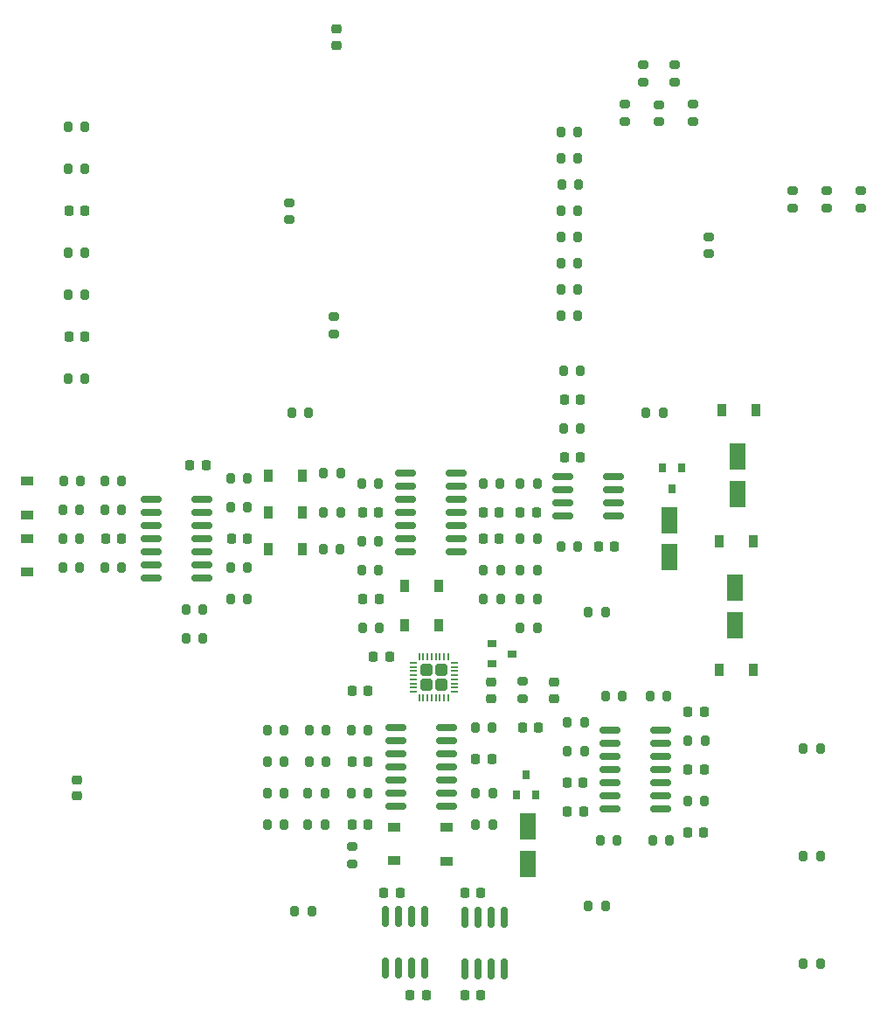
<source format=gbr>
%TF.GenerationSoftware,KiCad,Pcbnew,7.0.2*%
%TF.CreationDate,2023-05-23T13:36:19-04:00*%
%TF.ProjectId,SSI2130_Oscillator,53534932-3133-4305-9f4f-7363696c6c61,rev?*%
%TF.SameCoordinates,Original*%
%TF.FileFunction,Paste,Bot*%
%TF.FilePolarity,Positive*%
%FSLAX46Y46*%
G04 Gerber Fmt 4.6, Leading zero omitted, Abs format (unit mm)*
G04 Created by KiCad (PCBNEW 7.0.2) date 2023-05-23 13:36:19*
%MOMM*%
%LPD*%
G01*
G04 APERTURE LIST*
G04 Aperture macros list*
%AMRoundRect*
0 Rectangle with rounded corners*
0 $1 Rounding radius*
0 $2 $3 $4 $5 $6 $7 $8 $9 X,Y pos of 4 corners*
0 Add a 4 corners polygon primitive as box body*
4,1,4,$2,$3,$4,$5,$6,$7,$8,$9,$2,$3,0*
0 Add four circle primitives for the rounded corners*
1,1,$1+$1,$2,$3*
1,1,$1+$1,$4,$5*
1,1,$1+$1,$6,$7*
1,1,$1+$1,$8,$9*
0 Add four rect primitives between the rounded corners*
20,1,$1+$1,$2,$3,$4,$5,0*
20,1,$1+$1,$4,$5,$6,$7,0*
20,1,$1+$1,$6,$7,$8,$9,0*
20,1,$1+$1,$8,$9,$2,$3,0*%
G04 Aperture macros list end*
%ADD10RoundRect,0.225000X-0.225000X-0.250000X0.225000X-0.250000X0.225000X0.250000X-0.225000X0.250000X0*%
%ADD11RoundRect,0.250000X-0.550000X1.050000X-0.550000X-1.050000X0.550000X-1.050000X0.550000X1.050000X0*%
%ADD12RoundRect,0.225000X0.225000X0.250000X-0.225000X0.250000X-0.225000X-0.250000X0.225000X-0.250000X0*%
%ADD13RoundRect,0.225000X-0.250000X0.225000X-0.250000X-0.225000X0.250000X-0.225000X0.250000X0.225000X0*%
%ADD14R,0.900000X1.200000*%
%ADD15R,0.800000X0.900000*%
%ADD16R,0.900000X0.800000*%
%ADD17RoundRect,0.200000X-0.200000X-0.275000X0.200000X-0.275000X0.200000X0.275000X-0.200000X0.275000X0*%
%ADD18RoundRect,0.200000X0.200000X0.275000X-0.200000X0.275000X-0.200000X-0.275000X0.200000X-0.275000X0*%
%ADD19RoundRect,0.200000X-0.275000X0.200000X-0.275000X-0.200000X0.275000X-0.200000X0.275000X0.200000X0*%
%ADD20RoundRect,0.200000X0.275000X-0.200000X0.275000X0.200000X-0.275000X0.200000X-0.275000X-0.200000X0*%
%ADD21RoundRect,0.150000X-0.825000X-0.150000X0.825000X-0.150000X0.825000X0.150000X-0.825000X0.150000X0*%
%ADD22RoundRect,0.150000X-0.150000X0.825000X-0.150000X-0.825000X0.150000X-0.825000X0.150000X0.825000X0*%
%ADD23RoundRect,0.250000X-0.335000X-0.335000X0.335000X-0.335000X0.335000X0.335000X-0.335000X0.335000X0*%
%ADD24RoundRect,0.050000X-0.050000X-0.300000X0.050000X-0.300000X0.050000X0.300000X-0.050000X0.300000X0*%
%ADD25RoundRect,0.050000X-0.300000X-0.050000X0.300000X-0.050000X0.300000X0.050000X-0.300000X0.050000X0*%
%ADD26R,1.200000X0.900000*%
%ADD27RoundRect,0.225000X0.250000X-0.225000X0.250000X0.225000X-0.250000X0.225000X-0.250000X-0.225000X0*%
G04 APERTURE END LIST*
D10*
%TO.C,C35*%
X49048000Y-71628000D03*
X47498000Y-71628000D03*
%TD*%
D11*
%TO.C,C2*%
X100584000Y-70822000D03*
X100584000Y-74422000D03*
%TD*%
%TO.C,C3*%
X100330000Y-83544000D03*
X100330000Y-87144000D03*
%TD*%
%TO.C,C4*%
X93980000Y-80562000D03*
X93980000Y-76962000D03*
%TD*%
D12*
%TO.C,C5*%
X88646000Y-79502000D03*
X87096000Y-79502000D03*
%TD*%
D10*
%TO.C,C6*%
X85357000Y-70866000D03*
X83807000Y-70866000D03*
%TD*%
D12*
%TO.C,C7*%
X77470000Y-78740000D03*
X75920000Y-78740000D03*
%TD*%
D10*
%TO.C,C8*%
X75692000Y-122936000D03*
X74142000Y-122936000D03*
%TD*%
D12*
%TO.C,C9*%
X68834000Y-122936000D03*
X70384000Y-122936000D03*
%TD*%
%TO.C,C10*%
X81052000Y-76200000D03*
X79502000Y-76200000D03*
%TD*%
%TO.C,C11*%
X83794000Y-65278000D03*
X85344000Y-65278000D03*
%TD*%
D10*
%TO.C,C12*%
X74155000Y-113030000D03*
X75705000Y-113030000D03*
%TD*%
D12*
%TO.C,C13*%
X67844000Y-113030000D03*
X66294000Y-113030000D03*
%TD*%
%TO.C,C14*%
X84074000Y-105156000D03*
X85624000Y-105156000D03*
%TD*%
D11*
%TO.C,C15*%
X80264000Y-110236000D03*
X80264000Y-106636000D03*
%TD*%
D10*
%TO.C,C16*%
X64236000Y-76200000D03*
X65786000Y-76200000D03*
%TD*%
D12*
%TO.C,C17*%
X77470000Y-76200000D03*
X75920000Y-76200000D03*
%TD*%
D10*
%TO.C,C18*%
X39344000Y-78740000D03*
X40894000Y-78740000D03*
%TD*%
D12*
%TO.C,C19*%
X51536000Y-78740000D03*
X53086000Y-78740000D03*
%TD*%
%TO.C,C20*%
X65812000Y-84582000D03*
X64262000Y-84582000D03*
%TD*%
%TO.C,C21*%
X37338000Y-46990000D03*
X35788000Y-46990000D03*
%TD*%
D13*
%TO.C,C22*%
X82804000Y-94247000D03*
X82804000Y-92697000D03*
%TD*%
D10*
%TO.C,C23*%
X37338000Y-59182000D03*
X35788000Y-59182000D03*
%TD*%
%TO.C,C24*%
X64770000Y-100330000D03*
X63220000Y-100330000D03*
%TD*%
D12*
%TO.C,C25*%
X76734000Y-100076000D03*
X75184000Y-100076000D03*
%TD*%
%TO.C,C26*%
X66828000Y-90170000D03*
X65278000Y-90170000D03*
%TD*%
D10*
%TO.C,C27*%
X85598000Y-102362000D03*
X84048000Y-102362000D03*
%TD*%
D12*
%TO.C,C28*%
X95758000Y-101092000D03*
X97308000Y-101092000D03*
%TD*%
D13*
%TO.C,C31*%
X76708000Y-94234000D03*
X76708000Y-92684000D03*
%TD*%
D12*
%TO.C,C34*%
X64770000Y-93472000D03*
X63220000Y-93472000D03*
%TD*%
%TO.C,C36*%
X63220000Y-106426000D03*
X64770000Y-106426000D03*
%TD*%
D10*
%TO.C,C37*%
X79730000Y-97028000D03*
X81280000Y-97028000D03*
%TD*%
%TO.C,C38*%
X97308000Y-95504000D03*
X95758000Y-95504000D03*
%TD*%
%TO.C,C39*%
X95732000Y-107188000D03*
X97282000Y-107188000D03*
%TD*%
D14*
%TO.C,D1*%
X102360000Y-66294000D03*
X99060000Y-66294000D03*
%TD*%
%TO.C,D2*%
X98808000Y-78994000D03*
X102108000Y-78994000D03*
%TD*%
%TO.C,D3*%
X98806000Y-91440000D03*
X102106000Y-91440000D03*
%TD*%
D15*
%TO.C,Q1*%
X93284000Y-71914000D03*
X95184000Y-71914000D03*
X94234000Y-73914000D03*
%TD*%
D16*
%TO.C,Q2*%
X76740000Y-90866000D03*
X76740000Y-88966000D03*
X78740000Y-89916000D03*
%TD*%
D17*
%TO.C,R1*%
X59308000Y-114808000D03*
X57658000Y-114808000D03*
%TD*%
D18*
%TO.C,R2*%
X86106000Y-114300000D03*
X87756000Y-114300000D03*
%TD*%
D17*
%TO.C,R3*%
X57341000Y-66548000D03*
X58991000Y-66548000D03*
%TD*%
D18*
%TO.C,R4*%
X93344000Y-66548000D03*
X91694000Y-66548000D03*
%TD*%
%TO.C,R5*%
X77596000Y-84582000D03*
X75946000Y-84582000D03*
%TD*%
%TO.C,R6*%
X86106000Y-85852000D03*
X87756000Y-85852000D03*
%TD*%
%TO.C,R7*%
X64770000Y-103378000D03*
X63120000Y-103378000D03*
%TD*%
D17*
%TO.C,R8*%
X65786000Y-81788000D03*
X64136000Y-81788000D03*
%TD*%
%TO.C,R9*%
X77596000Y-81788000D03*
X75946000Y-81788000D03*
%TD*%
D19*
%TO.C,R10*%
X63246000Y-110236000D03*
X63246000Y-108586000D03*
%TD*%
D17*
%TO.C,R11*%
X64199000Y-87376000D03*
X65849000Y-87376000D03*
%TD*%
%TO.C,R12*%
X81152000Y-81788000D03*
X79502000Y-81788000D03*
%TD*%
D18*
%TO.C,R13*%
X77533000Y-73406000D03*
X75883000Y-73406000D03*
%TD*%
D17*
%TO.C,R14*%
X79502000Y-73406000D03*
X81152000Y-73406000D03*
%TD*%
D18*
%TO.C,R15*%
X65786000Y-78994000D03*
X64136000Y-78994000D03*
%TD*%
%TO.C,R16*%
X85090000Y-79502000D03*
X83440000Y-79502000D03*
%TD*%
D17*
%TO.C,R17*%
X76834000Y-103378000D03*
X75184000Y-103378000D03*
%TD*%
%TO.C,R18*%
X64136000Y-73406000D03*
X65786000Y-73406000D03*
%TD*%
D18*
%TO.C,R19*%
X79502000Y-78740000D03*
X81152000Y-78740000D03*
%TD*%
D17*
%TO.C,R20*%
X83694000Y-68072000D03*
X85344000Y-68072000D03*
%TD*%
D18*
%TO.C,R21*%
X76834000Y-106426000D03*
X75184000Y-106426000D03*
%TD*%
D17*
%TO.C,R22*%
X40894000Y-75946000D03*
X39244000Y-75946000D03*
%TD*%
%TO.C,R23*%
X83694000Y-62484000D03*
X85344000Y-62484000D03*
%TD*%
D18*
%TO.C,R24*%
X36893000Y-73152000D03*
X35243000Y-73152000D03*
%TD*%
%TO.C,R25*%
X39244000Y-73152000D03*
X40894000Y-73152000D03*
%TD*%
%TO.C,R26*%
X36830000Y-75946000D03*
X35180000Y-75946000D03*
%TD*%
%TO.C,R27*%
X60389000Y-79756000D03*
X62039000Y-79756000D03*
%TD*%
%TO.C,R28*%
X53086000Y-75692000D03*
X51436000Y-75692000D03*
%TD*%
%TO.C,R29*%
X35180000Y-81534000D03*
X36830000Y-81534000D03*
%TD*%
%TO.C,R30*%
X35180000Y-78740000D03*
X36830000Y-78740000D03*
%TD*%
D17*
%TO.C,R31*%
X53086000Y-72898000D03*
X51436000Y-72898000D03*
%TD*%
%TO.C,R32*%
X40894000Y-81534000D03*
X39244000Y-81534000D03*
%TD*%
%TO.C,R33*%
X51436000Y-81534000D03*
X53086000Y-81534000D03*
%TD*%
%TO.C,R34*%
X47118000Y-85598000D03*
X48768000Y-85598000D03*
%TD*%
%TO.C,R35*%
X48768000Y-88392000D03*
X47118000Y-88392000D03*
%TD*%
%TO.C,R36*%
X53086000Y-84582000D03*
X51436000Y-84582000D03*
%TD*%
D18*
%TO.C,R37*%
X62102000Y-72390000D03*
X60452000Y-72390000D03*
%TD*%
%TO.C,R38*%
X60452000Y-76200000D03*
X62102000Y-76200000D03*
%TD*%
D20*
%TO.C,R39*%
X57150000Y-47878000D03*
X57150000Y-46228000D03*
%TD*%
D17*
%TO.C,R40*%
X63120000Y-97282000D03*
X64770000Y-97282000D03*
%TD*%
D18*
%TO.C,R41*%
X75121000Y-97028000D03*
X76771000Y-97028000D03*
%TD*%
D20*
%TO.C,R42*%
X97790000Y-49530000D03*
X97790000Y-51180000D03*
%TD*%
D17*
%TO.C,R43*%
X56642000Y-97282000D03*
X54992000Y-97282000D03*
%TD*%
D18*
%TO.C,R44*%
X60706000Y-100330000D03*
X59056000Y-100330000D03*
%TD*%
%TO.C,R45*%
X54992000Y-100330000D03*
X56642000Y-100330000D03*
%TD*%
D17*
%TO.C,R46*%
X79502000Y-87376000D03*
X81152000Y-87376000D03*
%TD*%
D18*
%TO.C,R47*%
X60578000Y-106426000D03*
X58928000Y-106426000D03*
%TD*%
%TO.C,R48*%
X56642000Y-106426000D03*
X54992000Y-106426000D03*
%TD*%
%TO.C,R49*%
X79502000Y-84582000D03*
X81152000Y-84582000D03*
%TD*%
D17*
%TO.C,R50*%
X37338000Y-63246000D03*
X35688000Y-63246000D03*
%TD*%
D19*
%TO.C,R51*%
X79756000Y-92584000D03*
X79756000Y-94234000D03*
%TD*%
D17*
%TO.C,R52*%
X58928000Y-103378000D03*
X60578000Y-103378000D03*
%TD*%
D18*
%TO.C,R53*%
X60706000Y-97282000D03*
X59056000Y-97282000D03*
%TD*%
%TO.C,R54*%
X88900000Y-107950000D03*
X87250000Y-107950000D03*
%TD*%
D17*
%TO.C,R55*%
X87758000Y-93980000D03*
X89408000Y-93980000D03*
%TD*%
%TO.C,R56*%
X93726000Y-93980000D03*
X92076000Y-93980000D03*
%TD*%
D18*
%TO.C,R59*%
X85724000Y-99314000D03*
X84074000Y-99314000D03*
%TD*%
D17*
%TO.C,R60*%
X93980000Y-107950000D03*
X92330000Y-107950000D03*
%TD*%
D18*
%TO.C,R61*%
X54992000Y-103378000D03*
X56642000Y-103378000D03*
%TD*%
D17*
%TO.C,R62*%
X97408000Y-98298000D03*
X95758000Y-98298000D03*
%TD*%
%TO.C,R63*%
X97345000Y-104140000D03*
X95695000Y-104140000D03*
%TD*%
D18*
%TO.C,R64*%
X84074000Y-96520000D03*
X85724000Y-96520000D03*
%TD*%
%TO.C,R65*%
X108584000Y-99060000D03*
X106934000Y-99060000D03*
%TD*%
%TO.C,R66*%
X108584000Y-119888000D03*
X106934000Y-119888000D03*
%TD*%
%TO.C,R67*%
X106934000Y-109474000D03*
X108584000Y-109474000D03*
%TD*%
D20*
%TO.C,R68*%
X94488000Y-34544000D03*
X94488000Y-32894000D03*
%TD*%
D17*
%TO.C,R69*%
X85090000Y-39370000D03*
X83440000Y-39370000D03*
%TD*%
%TO.C,R70*%
X85090000Y-41910000D03*
X83440000Y-41910000D03*
%TD*%
%TO.C,R71*%
X83503000Y-44450000D03*
X85153000Y-44450000D03*
%TD*%
%TO.C,R72*%
X85090000Y-46990000D03*
X83440000Y-46990000D03*
%TD*%
%TO.C,R73*%
X85090000Y-49530000D03*
X83440000Y-49530000D03*
%TD*%
%TO.C,R74*%
X85090000Y-52070000D03*
X83440000Y-52070000D03*
%TD*%
%TO.C,R75*%
X83440000Y-54610000D03*
X85090000Y-54610000D03*
%TD*%
%TO.C,R76*%
X85090000Y-57150000D03*
X83440000Y-57150000D03*
%TD*%
D20*
%TO.C,R77*%
X91440000Y-32894000D03*
X91440000Y-34544000D03*
%TD*%
D17*
%TO.C,R78*%
X35688000Y-38862000D03*
X37338000Y-38862000D03*
%TD*%
D20*
%TO.C,R79*%
X89662000Y-38354000D03*
X89662000Y-36704000D03*
%TD*%
D17*
%TO.C,R80*%
X37338000Y-51054000D03*
X35688000Y-51054000D03*
%TD*%
%TO.C,R81*%
X35688000Y-42926000D03*
X37338000Y-42926000D03*
%TD*%
D20*
%TO.C,R82*%
X92964000Y-38417000D03*
X92964000Y-36767000D03*
%TD*%
D17*
%TO.C,R83*%
X35688000Y-55118000D03*
X37338000Y-55118000D03*
%TD*%
D20*
%TO.C,R84*%
X96266000Y-36704000D03*
X96266000Y-38354000D03*
%TD*%
%TO.C,R85*%
X61468000Y-58928000D03*
X61468000Y-57278000D03*
%TD*%
D19*
%TO.C,R86*%
X112522000Y-45086000D03*
X112522000Y-46736000D03*
%TD*%
%TO.C,R87*%
X109220000Y-46736000D03*
X109220000Y-45086000D03*
%TD*%
%TO.C,R88*%
X105918000Y-46736000D03*
X105918000Y-45086000D03*
%TD*%
D21*
%TO.C,U1*%
X73341000Y-80010000D03*
X73341000Y-78740000D03*
X73341000Y-77470000D03*
X73341000Y-76200000D03*
X73341000Y-74930000D03*
X73341000Y-73660000D03*
X73341000Y-72390000D03*
X68391000Y-72390000D03*
X68391000Y-73660000D03*
X68391000Y-74930000D03*
X68391000Y-76200000D03*
X68391000Y-77470000D03*
X68391000Y-78740000D03*
X68391000Y-80010000D03*
%TD*%
%TO.C,U2*%
X43753000Y-82550000D03*
X43753000Y-81280000D03*
X43753000Y-80010000D03*
X43753000Y-78740000D03*
X43753000Y-77470000D03*
X43753000Y-76200000D03*
X43753000Y-74930000D03*
X48703000Y-74930000D03*
X48703000Y-76200000D03*
X48703000Y-77470000D03*
X48703000Y-78740000D03*
X48703000Y-80010000D03*
X48703000Y-81280000D03*
X48703000Y-82550000D03*
%TD*%
%TO.C,U3*%
X67440000Y-104648000D03*
X67440000Y-103378000D03*
X67440000Y-102108000D03*
X67440000Y-100838000D03*
X67440000Y-99568000D03*
X67440000Y-98298000D03*
X67440000Y-97028000D03*
X72390000Y-97028000D03*
X72390000Y-98298000D03*
X72390000Y-99568000D03*
X72390000Y-100838000D03*
X72390000Y-102108000D03*
X72390000Y-103378000D03*
X72390000Y-104648000D03*
%TD*%
%TO.C,U4*%
X93153000Y-104902000D03*
X93153000Y-103632000D03*
X93153000Y-102362000D03*
X93153000Y-101092000D03*
X93153000Y-99822000D03*
X93153000Y-98552000D03*
X93153000Y-97282000D03*
X88203000Y-97282000D03*
X88203000Y-98552000D03*
X88203000Y-99822000D03*
X88203000Y-101092000D03*
X88203000Y-102362000D03*
X88203000Y-103632000D03*
X88203000Y-104902000D03*
%TD*%
D15*
%TO.C,U5*%
X80076000Y-101616000D03*
X79126000Y-103616000D03*
X81026000Y-103616000D03*
%TD*%
D22*
%TO.C,U7*%
X74168000Y-115446000D03*
X75438000Y-115446000D03*
X76708000Y-115446000D03*
X77978000Y-115446000D03*
X77978000Y-120396000D03*
X76708000Y-120396000D03*
X75438000Y-120396000D03*
X74168000Y-120396000D03*
%TD*%
%TO.C,U8*%
X66421000Y-115381000D03*
X67691000Y-115381000D03*
X68961000Y-115381000D03*
X70231000Y-115381000D03*
X70231000Y-120331000D03*
X68961000Y-120331000D03*
X67691000Y-120331000D03*
X66421000Y-120331000D03*
%TD*%
D21*
%TO.C,U9*%
X88581000Y-76581000D03*
X88581000Y-75311000D03*
X88581000Y-74041000D03*
X88581000Y-72771000D03*
X83631000Y-72771000D03*
X83631000Y-74041000D03*
X83631000Y-75311000D03*
X83631000Y-76581000D03*
%TD*%
D23*
%TO.C,U11*%
X71835695Y-91477000D03*
X71835695Y-92927000D03*
X70385695Y-91477000D03*
X70385695Y-92927000D03*
D24*
X69710695Y-94202000D03*
X70110695Y-94202000D03*
X70510695Y-94202000D03*
X70910695Y-94202000D03*
X71310695Y-94202000D03*
X71710695Y-94202000D03*
X72110695Y-94202000D03*
X72510695Y-94202000D03*
D25*
X73110695Y-93602000D03*
X73110695Y-93202000D03*
X73110695Y-92802000D03*
X73110695Y-92402000D03*
X73110695Y-92002000D03*
X73110695Y-91602000D03*
X73110695Y-91202000D03*
X73110695Y-90802000D03*
D24*
X72510695Y-90202000D03*
X72110695Y-90202000D03*
X71710695Y-90202000D03*
X71310695Y-90202000D03*
X70910695Y-90202000D03*
X70510695Y-90202000D03*
X70110695Y-90202000D03*
X69710695Y-90202000D03*
D25*
X69110695Y-90802000D03*
X69110695Y-91202000D03*
X69110695Y-91602000D03*
X69110695Y-92002000D03*
X69110695Y-92402000D03*
X69110695Y-92802000D03*
X69110695Y-93202000D03*
X69110695Y-93602000D03*
%TD*%
D14*
%TO.C,D4*%
X71628000Y-83312000D03*
X68328000Y-83312000D03*
%TD*%
%TO.C,D5*%
X71626000Y-87122000D03*
X68326000Y-87122000D03*
%TD*%
D26*
%TO.C,D6*%
X67310000Y-109980000D03*
X67310000Y-106680000D03*
%TD*%
%TO.C,D7*%
X72390000Y-106682000D03*
X72390000Y-109982000D03*
%TD*%
%TO.C,D8*%
X31750000Y-76454000D03*
X31750000Y-73154000D03*
%TD*%
%TO.C,D9*%
X31750000Y-78740000D03*
X31750000Y-82040000D03*
%TD*%
D14*
%TO.C,D10*%
X55118000Y-79756000D03*
X58418000Y-79756000D03*
%TD*%
%TO.C,D11*%
X58418000Y-72644000D03*
X55118000Y-72644000D03*
%TD*%
%TO.C,D12*%
X55118000Y-76200000D03*
X58418000Y-76200000D03*
%TD*%
D27*
%TO.C,C29*%
X61722000Y-30988000D03*
X61722000Y-29438000D03*
%TD*%
%TO.C,C1*%
X36576000Y-103658000D03*
X36576000Y-102108000D03*
%TD*%
M02*

</source>
